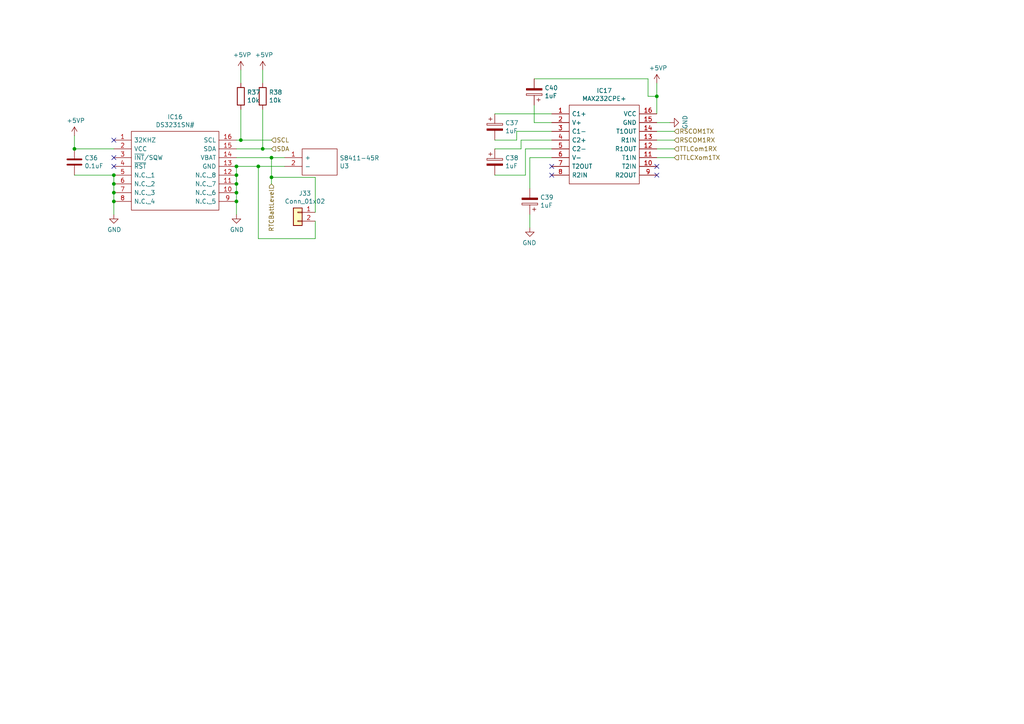
<source format=kicad_sch>
(kicad_sch (version 20211123) (generator eeschema)
  (paper "A4")
  (lib_symbols
    (symbol "Connector_Generic:Conn_01x02" (pin_names (offset 1.016) hide)
      (property "Reference" "J" (at 0 2.54 0))
      (property "Value" "Conn_01x02" (at 0 -5.08 0))
      (symbol "Conn_01x02_1_1"
        (rectangle (start -1.27 -2.413) (end 0 -2.667) (stroke (width 0.1524)))
        (rectangle (start -1.27 0.127) (end 0 -0.127) (stroke (width 0.1524)))
        (rectangle (start -1.27 1.27) (end 1.27 -3.81) (stroke (width 0.254)) (fill (type background)))
        (pin passive line (at -5.08 0 0) (length 3.81) (name "Pin_1") (number "1"))
        (pin passive line (at -5.08 -2.54 0) (length 3.81) (name "Pin_2") (number "2"))
      )
    )
    (symbol "Device:C" (pin_numbers hide) (pin_names (offset 0.254))
      (property "Reference" "C" (at 0.635 2.54 0))
      (property "Value" "C" (at 0.635 -2.54 0))
      (symbol "C_0_1"
        (polyline (pts (xy -2.032 -0.762) (xy 2.032 -0.762)) (stroke (width 0.508)))
        (polyline (pts (xy -2.032 0.762) (xy 2.032 0.762)) (stroke (width 0.508)))
      )
      (symbol "C_1_1"
        (pin passive line (at 0 3.81 270) (length 2.794) (name "~") (number "1"))
        (pin passive line (at 0 -3.81 90) (length 2.794) (name "~") (number "2"))
      )
    )
    (symbol "Device:CP" (pin_numbers hide) (pin_names (offset 0.254))
      (property "Reference" "C" (at 0.635 2.54 0))
      (property "Value" "Device_CP" (at 0.635 -2.54 0))
      (symbol "CP_0_1"
        (rectangle (start -2.286 0.508) (end 2.286 1.016))
        (polyline (pts (xy -1.778 2.286) (xy -0.762 2.286)))
        (polyline (pts (xy -1.27 2.794) (xy -1.27 1.778)))
        (rectangle (start 2.286 -0.508) (end -2.286 -1.016) (fill (type outline)))
      )
      (symbol "CP_1_1"
        (pin passive line (at 0 3.81 270) (length 2.794) (name "~") (number "1"))
        (pin passive line (at 0 -3.81 90) (length 2.794) (name "~") (number "2"))
      )
    )
    (symbol "Device:R" (pin_numbers hide) (pin_names (offset 0))
      (property "Reference" "R" (at 2.032 0 90))
      (property "Value" "R" (at 0 0 90))
      (symbol "R_0_1"
        (rectangle (start -1.016 -2.54) (end 1.016 2.54) (stroke (width 0.254)))
      )
      (symbol "R_1_1"
        (pin passive line (at 0 3.81 270) (length 1.27) (name "~") (number "1"))
        (pin passive line (at 0 -3.81 90) (length 1.27) (name "~") (number "2"))
      )
    )
    (symbol "SamacSys_Parts:DS3231SN#" (pin_names (offset 0.762))
      (property "Reference" "IC" (at 31.75 7.62 0))
      (property "Value" "SamacSys_Parts_DS3231SN#" (at 31.75 5.08 0))
      (symbol "DS3231SN#_0_0"
        (pin passive line (at 0 0 0) (length 5.08) (name "32KHZ") (number "1"))
        (pin passive line (at 35.56 -15.24 180) (length 5.08) (name "N.C._6") (number "10"))
        (pin passive line (at 35.56 -12.7 180) (length 5.08) (name "N.C._7") (number "11"))
        (pin passive line (at 35.56 -10.16 180) (length 5.08) (name "N.C._8") (number "12"))
        (pin passive line (at 35.56 -7.62 180) (length 5.08) (name "GND") (number "13"))
        (pin passive line (at 35.56 -5.08 180) (length 5.08) (name "VBAT") (number "14"))
        (pin passive line (at 35.56 -2.54 180) (length 5.08) (name "SDA") (number "15"))
        (pin passive line (at 35.56 0 180) (length 5.08) (name "SCL") (number "16"))
        (pin passive line (at 0 -2.54 0) (length 5.08) (name "VCC") (number "2"))
        (pin passive line (at 0 -5.08 0) (length 5.08) (name "~{INT}/SQW") (number "3"))
        (pin passive line (at 0 -7.62 0) (length 5.08) (name "~{RST}") (number "4"))
        (pin passive line (at 0 -10.16 0) (length 5.08) (name "N.C._1") (number "5"))
        (pin passive line (at 0 -12.7 0) (length 5.08) (name "N.C._2") (number "6"))
        (pin passive line (at 0 -15.24 0) (length 5.08) (name "N.C._3") (number "7"))
        (pin passive line (at 0 -17.78 0) (length 5.08) (name "N.C._4") (number "8"))
        (pin passive line (at 35.56 -17.78 180) (length 5.08) (name "N.C._5") (number "9"))
      )
      (symbol "DS3231SN#_0_1"
        (polyline (pts (xy 5.08 2.54) (xy 30.48 2.54) (xy 30.48 -20.32) (xy 5.08 -20.32) (xy 5.08 2.54)) (stroke (width 0.1524)))
      )
    )
    (symbol "SamacSys_Parts:MAX232CPE+" (pin_names (offset 0.762))
      (property "Reference" "IC" (at 26.67 7.62 0))
      (property "Value" "SamacSys_Parts_MAX232CPE+" (at 26.67 5.08 0))
      (symbol "MAX232CPE+_0_0"
        (pin passive line (at 0 0 0) (length 5.08) (name "C1+") (number "1"))
        (pin input line (at 30.48 -15.24 180) (length 5.08) (name "T2IN") (number "10"))
        (pin input line (at 30.48 -12.7 180) (length 5.08) (name "T1IN") (number "11"))
        (pin output line (at 30.48 -10.16 180) (length 5.08) (name "R1OUT") (number "12"))
        (pin input line (at 30.48 -7.62 180) (length 5.08) (name "R1IN") (number "13"))
        (pin output line (at 30.48 -5.08 180) (length 5.08) (name "T1OUT") (number "14"))
        (pin power_in line (at 30.48 -2.54 180) (length 5.08) (name "GND") (number "15"))
        (pin power_in line (at 30.48 0 180) (length 5.08) (name "VCC") (number "16"))
        (pin power_in line (at 0 -2.54 0) (length 5.08) (name "V+") (number "2"))
        (pin passive line (at 0 -5.08 0) (length 5.08) (name "C1-") (number "3"))
        (pin passive line (at 0 -7.62 0) (length 5.08) (name "C2+") (number "4"))
        (pin passive line (at 0 -10.16 0) (length 5.08) (name "C2-") (number "5"))
        (pin power_in line (at 0 -12.7 0) (length 5.08) (name "V-") (number "6"))
        (pin output line (at 0 -15.24 0) (length 5.08) (name "T2OUT") (number "7"))
        (pin input line (at 0 -17.78 0) (length 5.08) (name "R2IN") (number "8"))
        (pin output line (at 30.48 -17.78 180) (length 5.08) (name "R2OUT") (number "9"))
      )
      (symbol "MAX232CPE+_0_1"
        (polyline (pts (xy 5.08 2.54) (xy 25.4 2.54) (xy 25.4 -20.32) (xy 5.08 -20.32) (xy 5.08 2.54)) (stroke (width 0.1524)))
      )
    )
    (symbol "SamacSys_Parts:S8411-45R" (pin_names (offset 0.762))
      (property "Reference" "U" (at 16.51 7.62 0))
      (property "Value" "SamacSys_Parts_S8411-45R" (at 16.51 5.08 0))
      (symbol "S8411-45R_0_0"
        (pin passive line (at 0 -2.54 0) (length 5.08) (name "+") (number "1"))
        (pin passive line (at 0 0 0) (length 5.08) (name "-") (number "2"))
      )
      (symbol "S8411-45R_0_1"
        (polyline (pts (xy 5.08 2.54) (xy 15.24 2.54) (xy 15.24 -5.08) (xy 5.08 -5.08) (xy 5.08 2.54)) (stroke (width 0.1524)))
      )
    )
    (symbol "power:+5VP" (power) (pin_names (offset 0))
      (property "Value" "+5VP" (at 0 3.556 0))
      (symbol "+5VP_0_1"
        (polyline (pts (xy -0.762 1.27) (xy 0 2.54)))
        (polyline (pts (xy 0 0) (xy 0 2.54)))
        (polyline (pts (xy 0 2.54) (xy 0.762 1.27)))
      )
      (symbol "+5VP_1_1"
        (pin power_in line (at 0 0 90) (length 0) hide (name "+5VP") (number "1"))
      )
    )
    (symbol "power:GND" (power) (pin_names (offset 0))
      (property "Value" "GND" (at 0 -3.81 0))
      (symbol "GND_0_1"
        (polyline (pts (xy 0 0) (xy 0 -1.27) (xy 1.27 -1.27) (xy 0 -2.54) (xy -1.27 -1.27) (xy 0 -1.27)))
      )
      (symbol "GND_1_1"
        (pin power_in line (at 0 0 270) (length 0) hide (name "GND") (number "1"))
      )
    )
  )
  (junction (at 78.74 51.435))
  (junction (at 68.58 50.8))
  (junction (at 33.02 50.8))
  (junction (at 33.02 53.34))
  (junction (at 190.5 27.94))
  (junction (at 68.58 48.26))
  (junction (at 78.74 45.72))
  (junction (at 33.02 55.88))
  (junction (at 68.58 55.88))
  (junction (at 68.58 58.42))
  (junction (at 21.59 43.18))
  (junction (at 76.2 43.18))
  (junction (at 74.93 48.26))
  (junction (at 33.02 58.42))
  (junction (at 68.58 53.34))
  (junction (at 69.85 40.64))
  (no_connect (at 190.5 48.26))
  (no_connect (at 33.02 45.72))
  (no_connect (at 33.02 40.64))
  (no_connect (at 160.02 48.26))
  (no_connect (at 160.02 50.8))
  (no_connect (at 190.5 50.8))
  (no_connect (at 33.02 48.26))
  (wire (pts (xy 149.86 40.64) (xy 149.86 38.1)))
  (wire (pts (xy 91.44 69.215) (xy 74.93 69.215)))
  (wire (pts (xy 69.85 40.64) (xy 68.58 40.64)))
  (wire (pts (xy 33.02 55.88) (xy 33.02 53.34)))
  (wire (pts (xy 154.94 35.56) (xy 154.94 30.48)))
  (wire (pts (xy 68.58 55.88) (xy 68.58 53.34)))
  (wire (pts (xy 153.67 62.23) (xy 153.67 66.04)))
  (wire (pts (xy 91.44 51.435) (xy 78.74 51.435)))
  (wire (pts (xy 68.58 62.23) (xy 68.58 58.42)))
  (wire (pts (xy 33.02 50.8) (xy 21.59 50.8)))
  (wire (pts (xy 21.59 39.37) (xy 21.59 43.18)))
  (wire (pts (xy 33.02 58.42) (xy 33.02 55.88)))
  (wire (pts (xy 74.93 69.215) (xy 74.93 48.26)))
  (wire (pts (xy 152.4 50.8) (xy 152.4 43.18)))
  (wire (pts (xy 149.86 38.1) (xy 160.02 38.1)))
  (wire (pts (xy 21.59 43.18) (xy 33.02 43.18)))
  (wire (pts (xy 78.74 51.435) (xy 78.74 45.72)))
  (wire (pts (xy 76.2 31.75) (xy 76.2 43.18)))
  (wire (pts (xy 68.58 48.26) (xy 74.93 48.26)))
  (wire (pts (xy 78.74 53.34) (xy 78.74 51.435)))
  (wire (pts (xy 91.44 64.135) (xy 91.44 69.215)))
  (wire (pts (xy 143.51 50.8) (xy 152.4 50.8)))
  (wire (pts (xy 153.67 54.61) (xy 153.67 45.72)))
  (wire (pts (xy 68.58 50.8) (xy 68.58 48.26)))
  (wire (pts (xy 78.74 40.64) (xy 69.85 40.64)))
  (wire (pts (xy 74.93 48.26) (xy 82.55 48.26)))
  (wire (pts (xy 190.5 43.18) (xy 195.58 43.18)))
  (wire (pts (xy 149.86 40.64) (xy 143.51 40.64)))
  (wire (pts (xy 151.13 43.18) (xy 151.13 40.64)))
  (wire (pts (xy 154.94 22.86) (xy 187.96 22.86)))
  (wire (pts (xy 82.55 45.72) (xy 78.74 45.72)))
  (wire (pts (xy 69.85 31.75) (xy 69.85 40.64)))
  (wire (pts (xy 78.74 45.72) (xy 68.58 45.72)))
  (wire (pts (xy 190.5 27.94) (xy 190.5 24.13)))
  (wire (pts (xy 195.58 38.1) (xy 190.5 38.1)))
  (wire (pts (xy 33.02 53.34) (xy 33.02 50.8)))
  (wire (pts (xy 76.2 43.18) (xy 68.58 43.18)))
  (wire (pts (xy 91.44 61.595) (xy 91.44 51.435)))
  (wire (pts (xy 143.51 43.18) (xy 151.13 43.18)))
  (wire (pts (xy 143.51 33.02) (xy 160.02 33.02)))
  (wire (pts (xy 187.96 27.94) (xy 190.5 27.94)))
  (wire (pts (xy 160.02 35.56) (xy 154.94 35.56)))
  (wire (pts (xy 195.58 45.72) (xy 190.5 45.72)))
  (wire (pts (xy 194.31 35.56) (xy 190.5 35.56)))
  (wire (pts (xy 33.02 62.23) (xy 33.02 58.42)))
  (wire (pts (xy 190.5 40.64) (xy 195.58 40.64)))
  (wire (pts (xy 68.58 53.34) (xy 68.58 50.8)))
  (wire (pts (xy 190.5 33.02) (xy 190.5 27.94)))
  (wire (pts (xy 78.74 43.18) (xy 76.2 43.18)))
  (wire (pts (xy 68.58 58.42) (xy 68.58 55.88)))
  (wire (pts (xy 153.67 45.72) (xy 160.02 45.72)))
  (wire (pts (xy 76.2 24.13) (xy 76.2 20.32)))
  (wire (pts (xy 152.4 43.18) (xy 160.02 43.18)))
  (wire (pts (xy 151.13 40.64) (xy 160.02 40.64)))
  (wire (pts (xy 187.96 22.86) (xy 187.96 27.94)))
  (wire (pts (xy 69.85 24.13) (xy 69.85 20.32)))
  (hierarchical_label "TTLCom1RX" (shape input) (at 195.58 43.18 0))
  (hierarchical_label "SDA" (shape input) (at 78.74 43.18 0))
  (hierarchical_label "SCL" (shape input) (at 78.74 40.64 0))
  (hierarchical_label "TTLCXom1TX" (shape input) (at 195.58 45.72 0))
  (hierarchical_label "RTCBattLevel" (shape input) (at 78.74 53.34 270))
  (hierarchical_label "RSCOM1RX" (shape input) (at 195.58 40.64 0))
  (hierarchical_label "RSCOM1TX" (shape input) (at 195.58 38.1 0))
  (symbol (lib_id "SamacSys_Parts:DS3231SN#") (at 33.02 40.64 0) (unit 1)
    (property "Reference" "IC16" (at 50.8 33.909 0))
    (property "Value" "DS3231SN#" (at 50.8 36.2204 0))
    (property "Footprint" "SamacSys_Parts:SOIC127P1032X265-16N" (effects hide))
    (property "Datasheet" "https://datasheets.maximintegrated.com/en/ds/DS3231.pdf" (effects hide))
    (property "Description" "Real Time Clock Serial Maxim DS3231SN# Real Time Clock, Battery Backup, Calendar, Clock, I2C, 5.5 V, 16-Pin SOIC" (effects hide))
    (property "Height" "2.65" (effects hide))
    (property "Mouser Part Number" "700-DS3231SN#" (effects hide))
    (property "Mouser Price/Stock" "https://www.mouser.co.uk/ProductDetail/Maxim-Integrated/DS3231SN?qs=1eQvB6Dk1vhUlr8%2FOrV0Fw%3D%3D" (effects hide))
    (property "Manufacturer_Name" "Maxim Integrated" (effects hide))
    (property "Manufacturer_Part_Number" "DS3231SN#" (effects hide))
  )
  (symbol (lib_id "power:+5VP") (at 69.85 20.32 0) (unit 1)
    (property "Reference" "#PWR0101" (effects hide))
    (property "Value" "+5VP" (at 70.231 15.9258 0))
  )
  (symbol (lib_id "Device:R") (at 69.85 27.94 0) (unit 1)
    (property "Reference" "R37" (at 71.628 26.7716 0) (effects (justify left)))
    (property "Value" "10k" (at 71.628 29.083 0) (effects (justify left)))
    (property "Footprint" "Resistor_THT:R_Axial_DIN0207_L6.3mm_D2.5mm_P2.54mm_Vertical" (effects hide))
  )
  (symbol (lib_id "power:+5VP") (at 76.2 20.32 0) (unit 1)
    (property "Reference" "#PWR0102" (effects hide))
    (property "Value" "+5VP" (at 76.581 15.9258 0))
  )
  (symbol (lib_id "Device:R") (at 76.2 27.94 0) (unit 1)
    (property "Reference" "R38" (at 77.978 26.7716 0) (effects (justify left)))
    (property "Value" "10k" (at 77.978 29.083 0) (effects (justify left)))
    (property "Footprint" "Resistor_THT:R_Axial_DIN0207_L6.3mm_D2.5mm_P2.54mm_Vertical" (effects hide))
  )
  (symbol (lib_id "power:+5VP") (at 190.5 24.13 0) (unit 1)
    (property "Reference" "#PWR0104" (effects hide))
    (property "Value" "+5VP" (at 190.881 19.7358 0))
  )
  (symbol (lib_id "power:GND") (at 68.58 62.23 0) (unit 1)
    (property "Reference" "#PWR0100" (effects hide))
    (property "Value" "GND" (at 68.707 66.6242 0))
  )
  (symbol (lib_id "power:GND") (at 33.02 62.23 0) (unit 1)
    (property "Reference" "#PWR099" (effects hide))
    (property "Value" "GND" (at 33.147 66.6242 0))
  )
  (symbol (lib_id "power:GND") (at 194.31 35.56 90) (unit 1)
    (property "Reference" "#PWR0105" (effects hide))
    (property "Value" "GND" (at 198.7042 35.433 0))
  )
  (symbol (lib_id "SamacSys_Parts:S8411-45R") (at 82.55 48.26 0) (mirror x) (unit 1)
    (property "Reference" "U3" (at 98.5012 48.1584 0) (effects (justify left)))
    (property "Value" "S8411-45R" (at 98.5012 45.847 0) (effects (justify left)))
    (property "Footprint" "SamacSys_Parts:S8411-45R_1" (effects hide))
    (property "Datasheet" "https://cdn.harwin.com/pdfs/S8411R.pdf" (effects hide))
    (property "Description" "HARWIN - S8411-45R - HOLDER, COIN CELL, CR1220, FULL REEL" (effects hide))
    (property "Mouser Part Number" "855-S8411-45R" (effects hide))
    (property "Mouser Price/Stock" "https://www.mouser.co.uk/ProductDetail/Harwin/S8411-45R?qs=Qom7kyPojXY6B0JhnWxDgQ%3D%3D" (effects hide))
    (property "Manufacturer_Name" "Harwin" (effects hide))
    (property "Manufacturer_Part_Number" "S8411-45R" (effects hide))
  )
  (symbol (lib_id "power:+5VP") (at 21.59 39.37 0) (unit 1)
    (property "Reference" "#PWR098" (effects hide))
    (property "Value" "+5VP" (at 21.971 34.9758 0))
  )
  (symbol (lib_id "Device:C") (at 21.59 46.99 0) (unit 1)
    (property "Reference" "C36" (at 24.511 45.8216 0) (effects (justify left)))
    (property "Value" "0.1uF" (at 24.511 48.133 0) (effects (justify left)))
    (property "Footprint" "Capacitor_THT:C_Rect_L9.0mm_W3.6mm_P7.50mm_MKT" (effects hide))
  )
  (symbol (lib_id "Device:CP") (at 143.51 36.83 0) (unit 1)
    (property "Reference" "C37" (at 146.5072 35.6616 0) (effects (justify left)))
    (property "Value" "1uF" (at 146.5072 37.973 0) (effects (justify left)))
    (property "Footprint" "Capacitor_THT:CP_Radial_D5.0mm_P2.50mm" (effects hide))
  )
  (symbol (lib_id "Device:CP") (at 143.51 46.99 0) (unit 1)
    (property "Reference" "C38" (at 146.5072 45.8216 0) (effects (justify left)))
    (property "Value" "1uF" (at 146.5072 48.133 0) (effects (justify left)))
    (property "Footprint" "Capacitor_THT:CP_Radial_D5.0mm_P2.50mm" (effects hide))
  )
  (symbol (lib_id "Device:CP") (at 154.94 26.67 180) (unit 1)
    (property "Reference" "C40" (at 157.9372 25.5016 0) (effects (justify right)))
    (property "Value" "1uF" (at 157.9372 27.813 0) (effects (justify right)))
    (property "Footprint" "Capacitor_THT:CP_Radial_D5.0mm_P2.50mm" (effects hide))
  )
  (symbol (lib_id "Device:CP") (at 153.67 58.42 180) (unit 1)
    (property "Reference" "C39" (at 156.6672 57.2516 0) (effects (justify right)))
    (property "Value" "1uF" (at 156.6672 59.563 0) (effects (justify right)))
    (property "Footprint" "Capacitor_THT:CP_Radial_D5.0mm_P2.50mm" (effects hide))
  )
  (symbol (lib_id "power:GND") (at 153.67 66.04 0) (mirror y) (unit 1)
    (property "Reference" "#PWR0103" (effects hide))
    (property "Value" "GND" (at 153.543 70.4342 0))
  )
  (symbol (lib_id "SamacSys_Parts:MAX232CPE+") (at 160.02 33.02 0) (unit 1)
    (property "Reference" "IC17" (at 175.26 26.289 0))
    (property "Value" "MAX232CPE+" (at 175.26 28.6004 0))
    (property "Footprint" "SamacSys_Parts:DIP762W56P254L1918H457Q16N" (effects hide))
    (property "Datasheet" "http://datasheets.maximintegrated.com/en/ds/MAX220-MAX249.pdf" (effects hide))
    (property "Description" "TRANSCEIVER MAX 232 CPE MAX232CPE+, Line Transceiver, EIA/TIA-232-E, RS-232, V.24, V.28 2-TX 2-RX 2-TRX, 5 V, 16-Pin PDIP" (effects hide))
    (property "Height" "4.572" (effects hide))
    (property "Mouser Part Number" "700-MAX232CPE" (effects hide))
    (property "Mouser Price/Stock" "https://www.mouser.co.uk/ProductDetail/Maxim-Integrated/MAX232CPE%2b?qs=1THa7WoU59H6WLBcdj%252BTOQ%3D%3D" (effects hide))
    (property "Manufacturer_Name" "Maxim Integrated" (effects hide))
    (property "Manufacturer_Part_Number" "MAX232CPE+" (effects hide))
  )
  (symbol (lib_id "Connector_Generic:Conn_01x02") (at 86.36 61.595 0) (mirror y) (unit 1)
    (property "Reference" "J33" (at 88.4428 56.0832 0))
    (property "Value" "Conn_01x02" (at 88.4428 58.3946 0))
    (property "Footprint" "Connector_PinHeader_2.54mm:PinHeader_1x02_P2.54mm_Vertical" (effects hide))
  )
)
</source>
